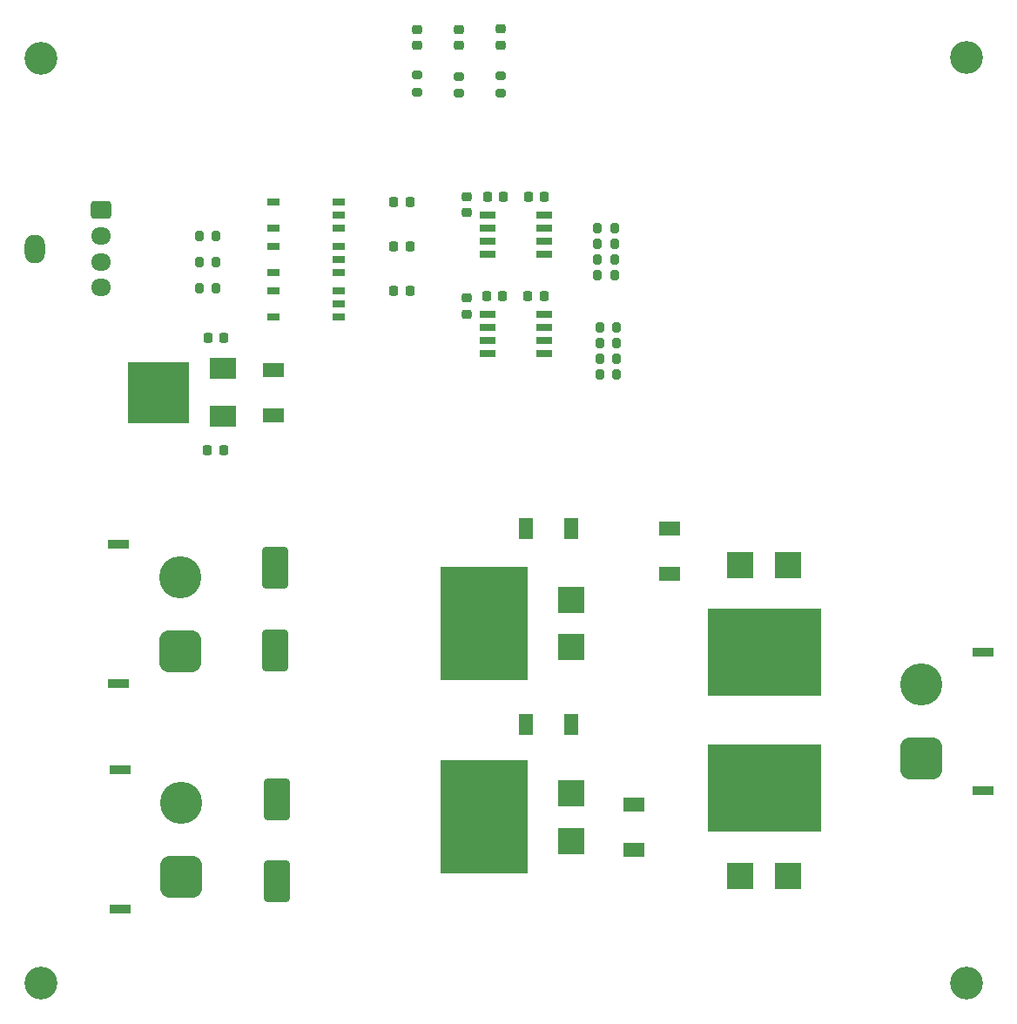
<source format=gts>
%TF.GenerationSoftware,KiCad,Pcbnew,7.0.7*%
%TF.CreationDate,2024-03-06T17:39:44+09:00*%
%TF.ProjectId,AltairMD_V7,416c7461-6972-44d4-945f-56372e6b6963,rev?*%
%TF.SameCoordinates,Original*%
%TF.FileFunction,Soldermask,Top*%
%TF.FilePolarity,Negative*%
%FSLAX46Y46*%
G04 Gerber Fmt 4.6, Leading zero omitted, Abs format (unit mm)*
G04 Created by KiCad (PCBNEW 7.0.7) date 2024-03-06 17:39:44*
%MOMM*%
%LPD*%
G01*
G04 APERTURE LIST*
G04 Aperture macros list*
%AMRoundRect*
0 Rectangle with rounded corners*
0 $1 Rounding radius*
0 $2 $3 $4 $5 $6 $7 $8 $9 X,Y pos of 4 corners*
0 Add a 4 corners polygon primitive as box body*
4,1,4,$2,$3,$4,$5,$6,$7,$8,$9,$2,$3,0*
0 Add four circle primitives for the rounded corners*
1,1,$1+$1,$2,$3*
1,1,$1+$1,$4,$5*
1,1,$1+$1,$6,$7*
1,1,$1+$1,$8,$9*
0 Add four rect primitives between the rounded corners*
20,1,$1+$1,$2,$3,$4,$5,0*
20,1,$1+$1,$4,$5,$6,$7,0*
20,1,$1+$1,$6,$7,$8,$9,0*
20,1,$1+$1,$8,$9,$2,$3,0*%
G04 Aperture macros list end*
%ADD10C,3.200000*%
%ADD11RoundRect,0.200000X0.275000X-0.200000X0.275000X0.200000X-0.275000X0.200000X-0.275000X-0.200000X0*%
%ADD12RoundRect,0.200000X-0.200000X-0.275000X0.200000X-0.275000X0.200000X0.275000X-0.200000X0.275000X0*%
%ADD13RoundRect,0.200000X0.200000X0.275000X-0.200000X0.275000X-0.200000X-0.275000X0.200000X-0.275000X0*%
%ADD14R,2.500000X2.500000*%
%ADD15R,11.000000X8.500000*%
%ADD16R,8.500000X11.000000*%
%ADD17C,4.100000*%
%ADD18RoundRect,1.025000X1.025000X-1.025000X1.025000X1.025000X-1.025000X1.025000X-1.025000X-1.025000X0*%
%ADD19R,2.000000X0.900000*%
%ADD20O,1.950000X1.700000*%
%ADD21RoundRect,0.250000X-0.725000X0.600000X-0.725000X-0.600000X0.725000X-0.600000X0.725000X0.600000X0*%
%ADD22O,2.000000X2.800000*%
%ADD23RoundRect,1.025000X-1.025000X1.025000X-1.025000X-1.025000X1.025000X-1.025000X1.025000X1.025000X0*%
%ADD24R,6.000000X6.000000*%
%ADD25R,2.500000X2.000000*%
%ADD26R,1.200000X0.800000*%
%ADD27R,1.525000X0.650000*%
%ADD28RoundRect,0.218750X-0.256250X0.218750X-0.256250X-0.218750X0.256250X-0.218750X0.256250X0.218750X0*%
%ADD29R,2.000000X1.400000*%
%ADD30R,1.400000X2.000000*%
%ADD31RoundRect,0.218750X0.218750X0.256250X-0.218750X0.256250X-0.218750X-0.256250X0.218750X-0.256250X0*%
%ADD32RoundRect,0.225000X0.250000X-0.225000X0.250000X0.225000X-0.250000X0.225000X-0.250000X-0.225000X0*%
%ADD33RoundRect,0.250000X-1.000000X1.750000X-1.000000X-1.750000X1.000000X-1.750000X1.000000X1.750000X0*%
%ADD34RoundRect,0.225000X0.225000X0.250000X-0.225000X0.250000X-0.225000X-0.250000X0.225000X-0.250000X0*%
%ADD35RoundRect,0.225000X-0.225000X-0.250000X0.225000X-0.250000X0.225000X0.250000X-0.225000X0.250000X0*%
G04 APERTURE END LIST*
D10*
%TO.C,H1*%
X109982000Y-50038000D03*
%TD*%
D11*
%TO.C,R14*%
X146558000Y-51690000D03*
X146558000Y-53340000D03*
%TD*%
%TO.C,R13*%
X154686000Y-51790500D03*
X154686000Y-53440500D03*
%TD*%
%TO.C,R12*%
X150622000Y-51816000D03*
X150622000Y-53466000D03*
%TD*%
D12*
%TO.C,R11*%
X127063000Y-69850000D03*
X125413000Y-69850000D03*
%TD*%
%TO.C,R10*%
X127063000Y-67310000D03*
X125413000Y-67310000D03*
%TD*%
%TO.C,R9*%
X127063000Y-72390000D03*
X125413000Y-72390000D03*
%TD*%
D13*
%TO.C,R8*%
X164147000Y-71120000D03*
X165797000Y-71120000D03*
%TD*%
D12*
%TO.C,R7*%
X165797000Y-69596000D03*
X164147000Y-69596000D03*
%TD*%
%TO.C,R6*%
X165797000Y-66548000D03*
X164147000Y-66548000D03*
%TD*%
D13*
%TO.C,R5*%
X164147000Y-68072000D03*
X165797000Y-68072000D03*
%TD*%
%TO.C,R4*%
X164338000Y-80772000D03*
X165988000Y-80772000D03*
%TD*%
D12*
%TO.C,R3*%
X165988000Y-79248000D03*
X164338000Y-79248000D03*
%TD*%
D13*
%TO.C,R2*%
X164338000Y-77724000D03*
X165988000Y-77724000D03*
%TD*%
D12*
%TO.C,R1*%
X165988000Y-76200000D03*
X164338000Y-76200000D03*
%TD*%
D14*
%TO.C,Q4*%
X182633000Y-99342000D03*
D15*
X180333000Y-107842000D03*
D14*
X178033000Y-99342000D03*
%TD*%
%TO.C,Q3*%
X161590000Y-107334000D03*
D16*
X153090000Y-105034000D03*
D14*
X161590000Y-102734000D03*
%TD*%
%TO.C,Q2*%
X178033000Y-129550000D03*
D15*
X180333000Y-121050000D03*
D14*
X182633000Y-129550000D03*
%TD*%
%TO.C,Q1*%
X161590000Y-121558000D03*
D16*
X153090000Y-123858000D03*
D14*
X161590000Y-126158000D03*
%TD*%
D17*
%TO.C,J4*%
X123576000Y-100496000D03*
D18*
X123576000Y-107696000D03*
D19*
X117576000Y-97346000D03*
X117576000Y-110846000D03*
%TD*%
D20*
%TO.C,J3*%
X115887000Y-72350000D03*
X115887000Y-69850000D03*
X115887000Y-67350000D03*
D21*
X115887000Y-64850000D03*
D22*
X109387000Y-68600000D03*
%TD*%
D19*
%TO.C,J2*%
X201580000Y-107804000D03*
X201580000Y-121304000D03*
D23*
X195580000Y-118154000D03*
D17*
X195580000Y-110954000D03*
%TD*%
%TO.C,J1*%
X123672000Y-122428000D03*
D18*
X123672000Y-129628000D03*
D19*
X117672000Y-119278000D03*
X117672000Y-132778000D03*
%TD*%
D24*
%TO.C,IC6*%
X121475000Y-82550000D03*
D25*
X127725000Y-80250000D03*
X127725000Y-84850000D03*
%TD*%
D26*
%TO.C,IC5*%
X132651000Y-70866000D03*
X132651000Y-68326000D03*
X138951000Y-70866000D03*
X138951000Y-69596000D03*
X138951000Y-68326000D03*
%TD*%
%TO.C,IC4*%
X132651000Y-66548000D03*
X132651000Y-64008000D03*
X138951000Y-66548000D03*
X138951000Y-65278000D03*
X138951000Y-64008000D03*
%TD*%
%TO.C,IC3*%
X132651000Y-75184000D03*
X132651000Y-72644000D03*
X138951000Y-75184000D03*
X138951000Y-73914000D03*
X138951000Y-72644000D03*
%TD*%
D27*
%TO.C,IC2*%
X153479000Y-65278000D03*
X153479000Y-66548000D03*
X153479000Y-67818000D03*
X153479000Y-69088000D03*
X158903000Y-69088000D03*
X158903000Y-67818000D03*
X158903000Y-66548000D03*
X158903000Y-65278000D03*
%TD*%
%TO.C,IC1*%
X153479000Y-74930000D03*
X153479000Y-76200000D03*
X153479000Y-77470000D03*
X153479000Y-78740000D03*
X158903000Y-78740000D03*
X158903000Y-77470000D03*
X158903000Y-76200000D03*
X158903000Y-74930000D03*
%TD*%
D10*
%TO.C,H4*%
X200000000Y-140000000D03*
%TD*%
%TO.C,H3*%
X110000000Y-140000000D03*
%TD*%
%TO.C,H2*%
X200000000Y-50000000D03*
%TD*%
D28*
%TO.C,D10*%
X146558000Y-48819000D03*
X146558000Y-47244000D03*
%TD*%
%TO.C,D9*%
X154686000Y-48793500D03*
X154686000Y-47218500D03*
%TD*%
%TO.C,D8*%
X150622000Y-48819000D03*
X150622000Y-47244000D03*
%TD*%
D29*
%TO.C,D7*%
X132651000Y-80350000D03*
X132651000Y-84750000D03*
%TD*%
%TO.C,D6*%
X171170000Y-95758000D03*
X171170000Y-100158000D03*
%TD*%
D30*
%TO.C,D5*%
X157200000Y-95758000D03*
X161600000Y-95758000D03*
%TD*%
D31*
%TO.C,D4*%
X154991000Y-63500000D03*
X153416000Y-63500000D03*
%TD*%
%TO.C,D3*%
X153315000Y-73152000D03*
X154890000Y-73152000D03*
%TD*%
D29*
%TO.C,D2*%
X167640000Y-122600000D03*
X167640000Y-127000000D03*
%TD*%
D30*
%TO.C,D1*%
X157200000Y-114808000D03*
X161600000Y-114808000D03*
%TD*%
D32*
%TO.C,C11*%
X151447000Y-63500000D03*
X151447000Y-65050000D03*
%TD*%
%TO.C,C10*%
X151447000Y-73380000D03*
X151447000Y-74930000D03*
%TD*%
D33*
%TO.C,C9*%
X132912000Y-122110000D03*
X132912000Y-130110000D03*
%TD*%
%TO.C,C8*%
X132816000Y-99632000D03*
X132816000Y-107632000D03*
%TD*%
D34*
%TO.C,C7*%
X126212000Y-88138000D03*
X127762000Y-88138000D03*
%TD*%
%TO.C,C6*%
X126238000Y-77216000D03*
X127788000Y-77216000D03*
%TD*%
D35*
%TO.C,C5*%
X145885000Y-64008000D03*
X144335000Y-64008000D03*
%TD*%
%TO.C,C4*%
X145885000Y-68326000D03*
X144335000Y-68326000D03*
%TD*%
%TO.C,C3*%
X145885000Y-72644000D03*
X144335000Y-72644000D03*
%TD*%
D34*
%TO.C,C2*%
X157379000Y-63500000D03*
X158929000Y-63500000D03*
%TD*%
%TO.C,C1*%
X157366000Y-73152000D03*
X158916000Y-73152000D03*
%TD*%
M02*

</source>
